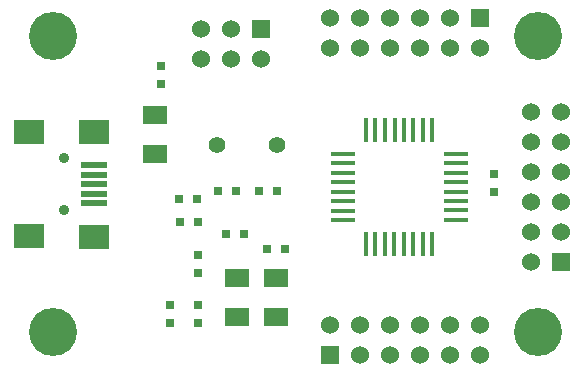
<source format=gts>
G04 (created by PCBNEW-RS274X (2012-01-19 BZR 3256)-stable) date Fri 05 Oct 2012 12:09:18 PM NZDT*
G01*
G70*
G90*
%MOIN*%
G04 Gerber Fmt 3.4, Leading zero omitted, Abs format*
%FSLAX34Y34*%
G04 APERTURE LIST*
%ADD10C,0.006000*%
%ADD11R,0.031500X0.025000*%
%ADD12R,0.080000X0.060000*%
%ADD13C,0.056000*%
%ADD14R,0.060000X0.060000*%
%ADD15C,0.060000*%
%ADD16R,0.078700X0.017700*%
%ADD17R,0.017700X0.078700*%
%ADD18R,0.025000X0.031500*%
%ADD19C,0.160000*%
%ADD20C,0.035400*%
%ADD21R,0.098400X0.078700*%
%ADD22R,0.090600X0.019700*%
G04 APERTURE END LIST*
G54D10*
G54D11*
X35264Y-30926D03*
X35264Y-30326D03*
X36169Y-30926D03*
X36169Y-30326D03*
G54D12*
X38780Y-30729D03*
X38780Y-29429D03*
X37481Y-30729D03*
X37481Y-29429D03*
G54D13*
X36823Y-24995D03*
X38823Y-24995D03*
G54D14*
X38272Y-21110D03*
G54D15*
X38272Y-22110D03*
X37272Y-21110D03*
X37272Y-22110D03*
X36272Y-21110D03*
X36272Y-22110D03*
G54D14*
X48296Y-28877D03*
G54D15*
X47296Y-28877D03*
X48296Y-27877D03*
X47296Y-27877D03*
X48296Y-26877D03*
X47296Y-26877D03*
X48296Y-25877D03*
X47296Y-25877D03*
X48296Y-24877D03*
X47296Y-24877D03*
X48296Y-23877D03*
X47296Y-23877D03*
G54D16*
X44770Y-25284D03*
X44770Y-25599D03*
X44770Y-25914D03*
X44770Y-26229D03*
X44770Y-26544D03*
X44770Y-26859D03*
X44770Y-27174D03*
X44770Y-27489D03*
X41004Y-27487D03*
X41004Y-25277D03*
X41004Y-25597D03*
X41004Y-25917D03*
X41004Y-26227D03*
X41004Y-26547D03*
X41004Y-26857D03*
X41004Y-27177D03*
G54D17*
X43986Y-28277D03*
X43672Y-28277D03*
X43356Y-28277D03*
X43042Y-28277D03*
X42726Y-28277D03*
X42412Y-28277D03*
X42096Y-28277D03*
X41782Y-28277D03*
X43984Y-24497D03*
X43674Y-24497D03*
X43354Y-24497D03*
X43044Y-24497D03*
X42734Y-24497D03*
X42414Y-24497D03*
X42094Y-24497D03*
X41774Y-24497D03*
G54D11*
X46051Y-26555D03*
X46051Y-25955D03*
G54D18*
X36854Y-26531D03*
X37454Y-26531D03*
X38832Y-26531D03*
X38232Y-26531D03*
G54D11*
X34949Y-22973D03*
X34949Y-22373D03*
G54D18*
X37729Y-27948D03*
X37129Y-27948D03*
X39068Y-28460D03*
X38468Y-28460D03*
X35554Y-26806D03*
X36154Y-26806D03*
G54D11*
X36169Y-29272D03*
X36169Y-28672D03*
G54D18*
X36194Y-27554D03*
X35594Y-27554D03*
G54D14*
X40571Y-31995D03*
G54D15*
X40571Y-30995D03*
X41571Y-31995D03*
X41571Y-30995D03*
X42571Y-31995D03*
X42571Y-30995D03*
X43571Y-31995D03*
X43571Y-30995D03*
X44571Y-31995D03*
X44571Y-30995D03*
X45571Y-31995D03*
X45571Y-30995D03*
G54D14*
X45571Y-20759D03*
G54D15*
X45571Y-21759D03*
X44571Y-20759D03*
X44571Y-21759D03*
X43571Y-20759D03*
X43571Y-21759D03*
X42571Y-20759D03*
X42571Y-21759D03*
X41571Y-20759D03*
X41571Y-21759D03*
X40571Y-20759D03*
X40571Y-21759D03*
G54D19*
X47508Y-31216D03*
X31366Y-21374D03*
X47508Y-21374D03*
X31366Y-31216D03*
G54D20*
X31720Y-27161D03*
X31720Y-25429D03*
G54D21*
X30539Y-28027D03*
X30539Y-24543D03*
X32704Y-28047D03*
X32704Y-24543D03*
G54D22*
X32704Y-26295D03*
X32704Y-25980D03*
X32704Y-25665D03*
X32704Y-26610D03*
X32704Y-26925D03*
G54D12*
X34752Y-23991D03*
X34752Y-25291D03*
M02*

</source>
